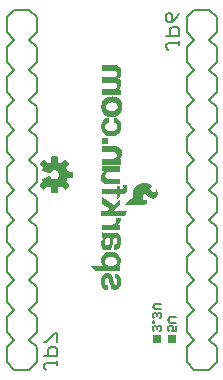
<source format=gbo>
G04 EAGLE Gerber RS-274X export*
G75*
%MOMM*%
%FSLAX34Y34*%
%LPD*%
%INSilkscreen Bottom*%
%IPPOS*%
%AMOC8*
5,1,8,0,0,1.08239X$1,22.5*%
G01*
%ADD10C,0.127000*%
%ADD11R,0.635000X0.635000*%
%ADD12C,0.025400*%
%ADD13R,0.485100X0.495300*%
%ADD14C,0.203200*%

G36*
X42575Y149480D02*
X42575Y149480D01*
X42683Y149494D01*
X42695Y149500D01*
X42709Y149502D01*
X42805Y149554D01*
X42902Y149601D01*
X42912Y149611D01*
X42924Y149617D01*
X42998Y149697D01*
X43075Y149773D01*
X43081Y149785D01*
X43091Y149796D01*
X43136Y149894D01*
X43184Y149991D01*
X43188Y150009D01*
X43192Y150018D01*
X43194Y150039D01*
X43213Y150136D01*
X43656Y154487D01*
X44815Y154858D01*
X44833Y154868D01*
X44930Y154906D01*
X46012Y155463D01*
X49402Y152699D01*
X49496Y152645D01*
X49588Y152588D01*
X49601Y152585D01*
X49613Y152578D01*
X49720Y152557D01*
X49825Y152532D01*
X49839Y152534D01*
X49853Y152531D01*
X49960Y152546D01*
X50068Y152556D01*
X50081Y152562D01*
X50095Y152564D01*
X50192Y152612D01*
X50291Y152657D01*
X50304Y152668D01*
X50313Y152672D01*
X50328Y152688D01*
X50405Y152750D01*
X52990Y155335D01*
X53053Y155424D01*
X53119Y155509D01*
X53124Y155522D01*
X53132Y155534D01*
X53163Y155637D01*
X53199Y155740D01*
X53199Y155754D01*
X53203Y155767D01*
X53199Y155875D01*
X53200Y155984D01*
X53195Y155997D01*
X53195Y156011D01*
X53157Y156113D01*
X53122Y156215D01*
X53113Y156230D01*
X53109Y156239D01*
X53095Y156256D01*
X53041Y156338D01*
X50277Y159728D01*
X50834Y160810D01*
X50840Y160830D01*
X50882Y160925D01*
X51253Y162084D01*
X55604Y162527D01*
X55708Y162555D01*
X55814Y162580D01*
X55826Y162587D01*
X55839Y162590D01*
X55929Y162651D01*
X56022Y162708D01*
X56030Y162719D01*
X56042Y162727D01*
X56108Y162813D01*
X56177Y162897D01*
X56181Y162910D01*
X56190Y162921D01*
X56224Y163024D01*
X56263Y163125D01*
X56264Y163143D01*
X56268Y163152D01*
X56268Y163174D01*
X56277Y163272D01*
X56277Y166928D01*
X56260Y167035D01*
X56246Y167143D01*
X56240Y167155D01*
X56238Y167169D01*
X56186Y167265D01*
X56139Y167362D01*
X56129Y167372D01*
X56123Y167384D01*
X56043Y167458D01*
X55967Y167535D01*
X55955Y167541D01*
X55945Y167551D01*
X55846Y167596D01*
X55749Y167644D01*
X55731Y167648D01*
X55722Y167652D01*
X55701Y167654D01*
X55604Y167673D01*
X51253Y168116D01*
X50882Y169275D01*
X50872Y169293D01*
X50834Y169390D01*
X50277Y170472D01*
X53041Y173862D01*
X53095Y173956D01*
X53152Y174048D01*
X53155Y174061D01*
X53162Y174073D01*
X53183Y174180D01*
X53208Y174285D01*
X53206Y174299D01*
X53209Y174313D01*
X53194Y174420D01*
X53184Y174528D01*
X53178Y174541D01*
X53176Y174555D01*
X53128Y174652D01*
X53083Y174751D01*
X53072Y174764D01*
X53068Y174773D01*
X53052Y174788D01*
X52990Y174865D01*
X50405Y177450D01*
X50316Y177513D01*
X50231Y177579D01*
X50218Y177584D01*
X50206Y177592D01*
X50103Y177623D01*
X50000Y177659D01*
X49986Y177659D01*
X49973Y177663D01*
X49865Y177659D01*
X49756Y177660D01*
X49743Y177655D01*
X49729Y177655D01*
X49627Y177617D01*
X49525Y177582D01*
X49510Y177573D01*
X49501Y177569D01*
X49484Y177555D01*
X49402Y177501D01*
X46012Y174737D01*
X44930Y175294D01*
X44910Y175300D01*
X44815Y175342D01*
X43656Y175713D01*
X43213Y180064D01*
X43185Y180168D01*
X43160Y180274D01*
X43153Y180286D01*
X43150Y180299D01*
X43089Y180389D01*
X43032Y180482D01*
X43021Y180490D01*
X43013Y180502D01*
X42927Y180568D01*
X42843Y180637D01*
X42830Y180641D01*
X42819Y180650D01*
X42716Y180684D01*
X42615Y180723D01*
X42597Y180724D01*
X42588Y180728D01*
X42566Y180728D01*
X42468Y180737D01*
X38812Y180737D01*
X38705Y180720D01*
X38597Y180706D01*
X38585Y180700D01*
X38571Y180698D01*
X38475Y180646D01*
X38378Y180599D01*
X38368Y180589D01*
X38356Y180583D01*
X38282Y180503D01*
X38205Y180427D01*
X38199Y180415D01*
X38189Y180405D01*
X38144Y180306D01*
X38096Y180209D01*
X38092Y180191D01*
X38088Y180182D01*
X38086Y180161D01*
X38067Y180064D01*
X37624Y175713D01*
X36465Y175342D01*
X36447Y175332D01*
X36350Y175294D01*
X35268Y174737D01*
X31878Y177501D01*
X31784Y177555D01*
X31692Y177612D01*
X31679Y177615D01*
X31667Y177622D01*
X31560Y177643D01*
X31455Y177668D01*
X31441Y177666D01*
X31427Y177669D01*
X31320Y177654D01*
X31212Y177644D01*
X31199Y177638D01*
X31186Y177636D01*
X31088Y177588D01*
X30989Y177543D01*
X30976Y177532D01*
X30967Y177528D01*
X30952Y177512D01*
X30875Y177450D01*
X28290Y174865D01*
X28227Y174776D01*
X28161Y174691D01*
X28156Y174678D01*
X28148Y174666D01*
X28117Y174563D01*
X28081Y174460D01*
X28081Y174446D01*
X28077Y174433D01*
X28081Y174325D01*
X28080Y174216D01*
X28085Y174203D01*
X28085Y174189D01*
X28123Y174087D01*
X28158Y173985D01*
X28167Y173970D01*
X28171Y173961D01*
X28185Y173944D01*
X28239Y173862D01*
X31003Y170472D01*
X30446Y169390D01*
X30429Y169337D01*
X30403Y169288D01*
X30392Y169222D01*
X30371Y169158D01*
X30372Y169102D01*
X30363Y169048D01*
X30374Y168981D01*
X30375Y168914D01*
X30393Y168862D01*
X30402Y168807D01*
X30434Y168747D01*
X30457Y168684D01*
X30491Y168641D01*
X30517Y168592D01*
X30566Y168545D01*
X30608Y168493D01*
X30655Y168463D01*
X30695Y168425D01*
X30800Y168368D01*
X30813Y168360D01*
X30818Y168359D01*
X30825Y168355D01*
X36022Y166202D01*
X36121Y166179D01*
X36219Y166150D01*
X36240Y166151D01*
X36260Y166146D01*
X36361Y166156D01*
X36462Y166161D01*
X36482Y166168D01*
X36503Y166170D01*
X36595Y166212D01*
X36690Y166249D01*
X36706Y166262D01*
X36725Y166271D01*
X36799Y166340D01*
X36877Y166405D01*
X36893Y166428D01*
X36903Y166438D01*
X36915Y166459D01*
X36962Y166526D01*
X37468Y167425D01*
X38112Y168112D01*
X38900Y168627D01*
X39788Y168939D01*
X40725Y169031D01*
X41657Y168898D01*
X42531Y168547D01*
X43296Y167998D01*
X43909Y167284D01*
X44334Y166444D01*
X44548Y165528D01*
X44538Y164586D01*
X44304Y163674D01*
X43861Y162844D01*
X43232Y162143D01*
X42455Y161611D01*
X41574Y161280D01*
X40639Y161167D01*
X39722Y161275D01*
X38854Y161595D01*
X38085Y162109D01*
X37458Y162788D01*
X36963Y163672D01*
X36899Y163752D01*
X36839Y163835D01*
X36823Y163847D01*
X36810Y163863D01*
X36724Y163918D01*
X36641Y163978D01*
X36622Y163984D01*
X36605Y163994D01*
X36506Y164019D01*
X36408Y164049D01*
X36388Y164048D01*
X36368Y164053D01*
X36266Y164044D01*
X36164Y164041D01*
X36139Y164033D01*
X36125Y164032D01*
X36103Y164023D01*
X36022Y163998D01*
X30825Y161845D01*
X30778Y161816D01*
X30726Y161795D01*
X30675Y161752D01*
X30618Y161716D01*
X30583Y161673D01*
X30540Y161637D01*
X30506Y161580D01*
X30463Y161528D01*
X30444Y161476D01*
X30415Y161428D01*
X30401Y161362D01*
X30377Y161299D01*
X30375Y161244D01*
X30364Y161190D01*
X30371Y161123D01*
X30369Y161056D01*
X30385Y161002D01*
X30392Y160947D01*
X30436Y160836D01*
X30440Y160822D01*
X30443Y160818D01*
X30446Y160810D01*
X31003Y159728D01*
X28239Y156338D01*
X28185Y156244D01*
X28128Y156152D01*
X28125Y156139D01*
X28118Y156127D01*
X28097Y156020D01*
X28072Y155915D01*
X28074Y155901D01*
X28071Y155887D01*
X28086Y155780D01*
X28096Y155672D01*
X28102Y155659D01*
X28104Y155646D01*
X28152Y155548D01*
X28197Y155449D01*
X28208Y155436D01*
X28212Y155427D01*
X28228Y155412D01*
X28290Y155335D01*
X30875Y152750D01*
X30964Y152687D01*
X31049Y152621D01*
X31062Y152616D01*
X31074Y152608D01*
X31177Y152577D01*
X31280Y152541D01*
X31294Y152541D01*
X31307Y152537D01*
X31415Y152541D01*
X31524Y152540D01*
X31537Y152545D01*
X31551Y152545D01*
X31653Y152583D01*
X31755Y152618D01*
X31770Y152627D01*
X31779Y152631D01*
X31796Y152645D01*
X31878Y152699D01*
X35268Y155463D01*
X36350Y154906D01*
X36370Y154900D01*
X36465Y154858D01*
X37624Y154487D01*
X38067Y150136D01*
X38095Y150032D01*
X38120Y149926D01*
X38127Y149914D01*
X38130Y149901D01*
X38191Y149811D01*
X38248Y149718D01*
X38259Y149710D01*
X38267Y149698D01*
X38353Y149632D01*
X38437Y149564D01*
X38450Y149559D01*
X38461Y149550D01*
X38564Y149516D01*
X38665Y149477D01*
X38683Y149476D01*
X38692Y149472D01*
X38714Y149473D01*
X38812Y149463D01*
X42468Y149463D01*
X42575Y149480D01*
G37*
G36*
X115143Y139297D02*
X115143Y139297D01*
X115149Y139295D01*
X115980Y139365D01*
X115991Y139371D01*
X116006Y139370D01*
X116805Y139610D01*
X116815Y139618D01*
X116829Y139620D01*
X117561Y140021D01*
X117569Y140031D01*
X117582Y140036D01*
X118132Y140506D01*
X118137Y140517D01*
X118149Y140524D01*
X118594Y141094D01*
X118597Y141106D01*
X118607Y141116D01*
X118928Y141764D01*
X118929Y141776D01*
X118937Y141788D01*
X119121Y142487D01*
X119120Y142498D01*
X119125Y142509D01*
X119198Y143449D01*
X119196Y143458D01*
X119199Y143465D01*
X119198Y143467D01*
X119198Y143469D01*
X119125Y144409D01*
X119123Y144413D01*
X119124Y144419D01*
X119048Y144902D01*
X119023Y144941D01*
X119002Y144981D01*
X118998Y144982D01*
X118996Y144985D01*
X118951Y144995D01*
X118907Y145007D01*
X118903Y145005D01*
X118899Y145006D01*
X118861Y144981D01*
X118822Y144958D01*
X118821Y144953D01*
X118818Y144951D01*
X118809Y144910D01*
X118797Y144870D01*
X118813Y144712D01*
X118785Y144574D01*
X118714Y144441D01*
X118115Y143617D01*
X118049Y143549D01*
X118001Y143499D01*
X117863Y143427D01*
X117448Y143334D01*
X117020Y143334D01*
X116604Y143427D01*
X116200Y143633D01*
X115872Y143946D01*
X115507Y144552D01*
X115300Y145230D01*
X115265Y145941D01*
X115362Y146551D01*
X115560Y147137D01*
X115853Y147680D01*
X116218Y148105D01*
X116678Y148420D01*
X117203Y148606D01*
X117759Y148649D01*
X118307Y148547D01*
X118810Y148307D01*
X119245Y147937D01*
X120786Y146484D01*
X120796Y146481D01*
X120802Y146472D01*
X122560Y145285D01*
X122573Y145283D01*
X122583Y145273D01*
X123271Y144993D01*
X123286Y144994D01*
X123301Y144985D01*
X124036Y144886D01*
X124051Y144890D01*
X124068Y144885D01*
X124805Y144972D01*
X124818Y144980D01*
X124836Y144980D01*
X125528Y145247D01*
X125539Y145258D01*
X125556Y145262D01*
X126159Y145693D01*
X126166Y145704D01*
X126178Y145709D01*
X126356Y145898D01*
X126357Y145898D01*
X126595Y146151D01*
X126596Y146151D01*
X126834Y146403D01*
X126836Y146405D01*
X126839Y146413D01*
X126847Y146418D01*
X127407Y147195D01*
X127410Y147205D01*
X127418Y147213D01*
X127806Y147993D01*
X127807Y148005D01*
X127815Y148016D01*
X128046Y148856D01*
X128045Y148868D01*
X128051Y148880D01*
X128117Y149748D01*
X128113Y149759D01*
X128117Y149770D01*
X128031Y150670D01*
X128027Y150679D01*
X128028Y150689D01*
X127808Y151567D01*
X127802Y151575D01*
X127801Y151587D01*
X127700Y151815D01*
X127548Y152171D01*
X127548Y152172D01*
X127327Y152676D01*
X127316Y152686D01*
X127311Y152703D01*
X126973Y153138D01*
X126966Y153141D01*
X126962Y153149D01*
X126937Y153174D01*
X126937Y153175D01*
X126936Y153177D01*
X126844Y153212D01*
X126755Y153171D01*
X126722Y153086D01*
X126722Y152483D01*
X126665Y151972D01*
X126526Y151482D01*
X126271Y151001D01*
X126267Y150998D01*
X125901Y150606D01*
X125441Y150320D01*
X124922Y150163D01*
X124619Y150151D01*
X124319Y150210D01*
X123825Y150416D01*
X123367Y150699D01*
X122957Y151050D01*
X122603Y151462D01*
X121952Y152364D01*
X121703Y152852D01*
X121605Y153382D01*
X121663Y153920D01*
X121728Y154094D01*
X121977Y154455D01*
X122316Y154729D01*
X122419Y154773D01*
X122539Y154789D01*
X123419Y154789D01*
X123460Y154806D01*
X123502Y154820D01*
X123505Y154825D01*
X123510Y154827D01*
X123526Y154868D01*
X123545Y154908D01*
X123543Y154914D01*
X123545Y154919D01*
X123533Y154946D01*
X123517Y154995D01*
X122596Y156121D01*
X122584Y156127D01*
X122577Y156139D01*
X121440Y157046D01*
X121429Y157049D01*
X121421Y157058D01*
X120487Y157560D01*
X120477Y157561D01*
X120469Y157567D01*
X119472Y157925D01*
X119462Y157925D01*
X119453Y157930D01*
X118414Y158137D01*
X118403Y158135D01*
X118393Y158139D01*
X116465Y158200D01*
X116454Y158195D01*
X116442Y158198D01*
X114535Y157910D01*
X114525Y157904D01*
X114513Y157904D01*
X112689Y157276D01*
X112680Y157269D01*
X112668Y157267D01*
X110987Y156320D01*
X110981Y156312D01*
X110970Y156309D01*
X109863Y155424D01*
X109860Y155419D01*
X109855Y155416D01*
X109854Y155414D01*
X109850Y155412D01*
X109497Y155038D01*
X109021Y154533D01*
X108878Y154381D01*
X108875Y154373D01*
X108867Y154367D01*
X108050Y153210D01*
X108048Y153200D01*
X108040Y153192D01*
X107440Y151962D01*
X107439Y151951D01*
X107431Y151941D01*
X107063Y150622D01*
X107065Y150611D01*
X107059Y150600D01*
X106935Y149236D01*
X106937Y149231D01*
X106935Y149225D01*
X106935Y146950D01*
X106870Y146582D01*
X106743Y146231D01*
X106154Y145241D01*
X105372Y144387D01*
X99890Y139515D01*
X99888Y139511D01*
X99883Y139509D01*
X99867Y139467D01*
X99848Y139426D01*
X99850Y139422D01*
X99848Y139417D01*
X99867Y139376D01*
X99882Y139334D01*
X99887Y139332D01*
X99889Y139328D01*
X99962Y139299D01*
X99973Y139295D01*
X99974Y139295D01*
X115138Y139295D01*
X115143Y139297D01*
G37*
G36*
X95643Y83760D02*
X95643Y83760D01*
X95682Y83770D01*
X95688Y83779D01*
X95697Y83783D01*
X95708Y83811D01*
X95730Y83848D01*
X96466Y87734D01*
X96463Y87748D01*
X96468Y87763D01*
X96453Y87795D01*
X96445Y87830D01*
X96432Y87838D01*
X96426Y87852D01*
X96387Y87866D01*
X96362Y87882D01*
X96351Y87879D01*
X96340Y87883D01*
X94423Y87859D01*
X94572Y87993D01*
X94573Y87994D01*
X94574Y87994D01*
X95539Y88883D01*
X95541Y88889D01*
X95548Y88893D01*
X95849Y89236D01*
X95853Y89247D01*
X95863Y89255D01*
X96096Y89649D01*
X96097Y89658D01*
X96104Y89666D01*
X96637Y90987D01*
X96637Y90998D01*
X96644Y91008D01*
X96746Y91490D01*
X96743Y91502D01*
X96748Y91514D01*
X96773Y93495D01*
X96769Y93506D01*
X96771Y93518D01*
X96588Y94603D01*
X96581Y94613D01*
X96581Y94628D01*
X96181Y95652D01*
X96173Y95659D01*
X96171Y95671D01*
X95630Y96573D01*
X95624Y96578D01*
X95621Y96587D01*
X94968Y97411D01*
X94958Y97417D01*
X94953Y97427D01*
X94063Y98219D01*
X94050Y98223D01*
X94041Y98235D01*
X93000Y98814D01*
X92988Y98816D01*
X92977Y98824D01*
X90864Y99498D01*
X90853Y99497D01*
X90842Y99503D01*
X88642Y99786D01*
X88631Y99783D01*
X88619Y99787D01*
X86404Y99669D01*
X86394Y99664D01*
X86382Y99666D01*
X85006Y99343D01*
X84997Y99337D01*
X84985Y99336D01*
X83685Y98780D01*
X83677Y98772D01*
X83666Y98770D01*
X82481Y97998D01*
X82475Y97989D01*
X82464Y97984D01*
X81757Y97327D01*
X81753Y97317D01*
X81743Y97311D01*
X81158Y96543D01*
X81156Y96532D01*
X81147Y96525D01*
X80701Y95669D01*
X80700Y95658D01*
X80692Y95649D01*
X80398Y94730D01*
X80399Y94720D01*
X80393Y94710D01*
X80204Y93498D01*
X80206Y93489D01*
X80203Y93480D01*
X80186Y92253D01*
X80189Y92245D01*
X80187Y92235D01*
X80342Y91018D01*
X80347Y91008D01*
X80347Y90996D01*
X80611Y90152D01*
X80619Y90142D01*
X80622Y90127D01*
X81059Y89358D01*
X81069Y89350D01*
X81074Y89336D01*
X81664Y88676D01*
X81676Y88670D01*
X81684Y88658D01*
X82400Y88138D01*
X82402Y88137D01*
X71298Y88137D01*
X71254Y88119D01*
X71211Y88102D01*
X71210Y88100D01*
X71207Y88099D01*
X71190Y88055D01*
X71172Y88011D01*
X71173Y88009D01*
X71172Y88007D01*
X71181Y87986D01*
X71204Y87926D01*
X74938Y83786D01*
X74944Y83784D01*
X74947Y83778D01*
X75007Y83754D01*
X75028Y83745D01*
X75030Y83746D01*
X75032Y83745D01*
X95606Y83745D01*
X95643Y83760D01*
G37*
G36*
X96725Y232895D02*
X96725Y232895D01*
X96727Y232894D01*
X96770Y232914D01*
X96814Y232932D01*
X96814Y232934D01*
X96816Y232935D01*
X96849Y233020D01*
X96849Y237007D01*
X96848Y237009D01*
X96849Y237011D01*
X96829Y237054D01*
X96811Y237098D01*
X96809Y237098D01*
X96808Y237100D01*
X96723Y237133D01*
X94670Y237133D01*
X94677Y237164D01*
X95073Y237466D01*
X95076Y237472D01*
X95084Y237475D01*
X95871Y238237D01*
X95874Y238245D01*
X95881Y238249D01*
X96493Y239011D01*
X96497Y239025D01*
X96510Y239037D01*
X96914Y239927D01*
X96914Y239939D01*
X96922Y239950D01*
X97176Y241042D01*
X97175Y241051D01*
X97179Y241059D01*
X97306Y242431D01*
X97303Y242441D01*
X97306Y242452D01*
X97237Y243409D01*
X97231Y243420D01*
X97232Y243434D01*
X96972Y244357D01*
X96964Y244367D01*
X96962Y244380D01*
X96559Y245170D01*
X96550Y245178D01*
X96546Y245191D01*
X96000Y245889D01*
X95989Y245895D01*
X95983Y245907D01*
X95314Y246489D01*
X95302Y246492D01*
X95300Y246495D01*
X95300Y246496D01*
X95299Y246496D01*
X95294Y246503D01*
X94636Y246883D01*
X94678Y246925D01*
X95159Y247380D01*
X95160Y247383D01*
X95163Y247384D01*
X95922Y248172D01*
X95925Y248181D01*
X95934Y248186D01*
X96572Y249075D01*
X96574Y249086D01*
X96582Y249094D01*
X96976Y249899D01*
X96976Y249911D01*
X96984Y249922D01*
X97216Y250787D01*
X97214Y250799D01*
X97220Y250811D01*
X97281Y251705D01*
X97280Y251708D01*
X97281Y251709D01*
X97278Y251715D01*
X97281Y251725D01*
X97174Y253004D01*
X97170Y253011D01*
X97172Y253018D01*
X96923Y254278D01*
X96917Y254287D01*
X96917Y254299D01*
X96591Y255165D01*
X96581Y255175D01*
X96578Y255190D01*
X96071Y255964D01*
X96059Y255971D01*
X96053Y255985D01*
X95389Y256631D01*
X95377Y256635D01*
X95368Y256647D01*
X94429Y257235D01*
X94416Y257237D01*
X94406Y257247D01*
X93367Y257633D01*
X93354Y257632D01*
X93342Y257639D01*
X92246Y257808D01*
X92237Y257805D01*
X92227Y257809D01*
X80645Y257809D01*
X80643Y257808D01*
X80641Y257809D01*
X80598Y257789D01*
X80554Y257771D01*
X80554Y257769D01*
X80552Y257768D01*
X80519Y257683D01*
X80519Y253441D01*
X80520Y253439D01*
X80519Y253437D01*
X80539Y253394D01*
X80557Y253350D01*
X80559Y253350D01*
X80560Y253348D01*
X80645Y253315D01*
X90924Y253315D01*
X91804Y253208D01*
X92626Y252896D01*
X93010Y252635D01*
X93323Y252292D01*
X93549Y251886D01*
X93677Y251438D01*
X93745Y250534D01*
X93653Y249631D01*
X93527Y249222D01*
X93317Y248849D01*
X93031Y248531D01*
X92503Y248146D01*
X91908Y247873D01*
X91269Y247724D01*
X90166Y247649D01*
X80645Y247649D01*
X80643Y247648D01*
X80641Y247649D01*
X80598Y247629D01*
X80554Y247611D01*
X80554Y247609D01*
X80552Y247608D01*
X80519Y247523D01*
X80519Y243205D01*
X80520Y243203D01*
X80519Y243201D01*
X80539Y243158D01*
X80557Y243114D01*
X80559Y243114D01*
X80560Y243112D01*
X80645Y243079D01*
X91204Y243079D01*
X91867Y242999D01*
X92486Y242768D01*
X93033Y242398D01*
X93351Y242051D01*
X93584Y241643D01*
X93720Y241192D01*
X93752Y240715D01*
X93702Y239867D01*
X93620Y239427D01*
X93442Y239023D01*
X93176Y238669D01*
X92232Y237849D01*
X91694Y237566D01*
X91103Y237434D01*
X90481Y237464D01*
X90478Y237463D01*
X90475Y237464D01*
X80670Y237464D01*
X80668Y237463D01*
X80666Y237464D01*
X80623Y237444D01*
X80579Y237426D01*
X80579Y237424D01*
X80577Y237423D01*
X80544Y237338D01*
X80544Y233020D01*
X80545Y233018D01*
X80544Y233016D01*
X80564Y232973D01*
X80582Y232929D01*
X80584Y232929D01*
X80585Y232927D01*
X80670Y232894D01*
X96723Y232894D01*
X96725Y232895D01*
G37*
G36*
X85573Y101118D02*
X85573Y101118D01*
X85585Y101123D01*
X85600Y101121D01*
X86541Y101327D01*
X86553Y101336D01*
X86570Y101337D01*
X87432Y101766D01*
X87441Y101776D01*
X87456Y101781D01*
X88065Y102279D01*
X88069Y102287D01*
X88077Y102290D01*
X88078Y102294D01*
X88083Y102297D01*
X88581Y102907D01*
X88584Y102919D01*
X88595Y102928D01*
X88961Y103624D01*
X88962Y103635D01*
X88969Y103644D01*
X89453Y105129D01*
X89452Y105137D01*
X89457Y105146D01*
X89735Y106683D01*
X89734Y106687D01*
X89737Y106692D01*
X89965Y108898D01*
X90191Y110204D01*
X90356Y110673D01*
X90602Y111101D01*
X90863Y111385D01*
X90950Y111445D01*
X91047Y111487D01*
X91568Y111598D01*
X92099Y111598D01*
X92620Y111487D01*
X92934Y111348D01*
X93213Y111149D01*
X93447Y110896D01*
X93640Y110582D01*
X93768Y110236D01*
X93829Y109867D01*
X93879Y108512D01*
X93825Y107925D01*
X93660Y107364D01*
X93405Y106900D01*
X93049Y106510D01*
X92611Y106215D01*
X92116Y106031D01*
X91585Y105968D01*
X91542Y105968D01*
X91540Y105967D01*
X91538Y105968D01*
X91495Y105948D01*
X91451Y105930D01*
X91451Y105928D01*
X91449Y105927D01*
X91416Y105842D01*
X91416Y101701D01*
X91414Y101700D01*
X91404Y101658D01*
X91390Y101616D01*
X91393Y101610D01*
X91392Y101604D01*
X91408Y101579D01*
X91429Y101534D01*
X91454Y101509D01*
X91455Y101509D01*
X91497Y101493D01*
X91546Y101474D01*
X91547Y101474D01*
X91589Y101494D01*
X91632Y101513D01*
X92523Y101635D01*
X92534Y101641D01*
X92549Y101641D01*
X93490Y101975D01*
X93500Y101984D01*
X93514Y101987D01*
X94367Y102506D01*
X94375Y102517D01*
X94388Y102522D01*
X95118Y103205D01*
X95123Y103217D01*
X95135Y103225D01*
X95709Y104042D01*
X95712Y104054D01*
X95721Y104063D01*
X96250Y105221D01*
X96250Y105231D01*
X96257Y105240D01*
X96591Y106469D01*
X96590Y106478D01*
X96594Y106487D01*
X96808Y108227D01*
X96805Y108235D01*
X96808Y108243D01*
X96800Y109997D01*
X96797Y110004D01*
X96799Y110013D01*
X96569Y111752D01*
X96564Y111760D01*
X96565Y111771D01*
X96140Y113185D01*
X96132Y113194D01*
X96131Y113208D01*
X95437Y114511D01*
X95427Y114520D01*
X95422Y114534D01*
X94939Y115096D01*
X94925Y115103D01*
X94916Y115117D01*
X94311Y115544D01*
X94296Y115547D01*
X94284Y115559D01*
X93593Y115826D01*
X93578Y115825D01*
X93563Y115833D01*
X92828Y115924D01*
X92820Y115922D01*
X92812Y115925D01*
X87986Y115925D01*
X87984Y115924D01*
X87982Y115925D01*
X87967Y115918D01*
X87883Y115950D01*
X83545Y115925D01*
X82208Y116027D01*
X80913Y116376D01*
X80714Y116450D01*
X80689Y116449D01*
X80666Y116458D01*
X80642Y116447D01*
X80616Y116446D01*
X80599Y116427D01*
X80577Y116417D01*
X80566Y116390D01*
X80550Y116372D01*
X80552Y116353D01*
X80544Y116332D01*
X80544Y112298D01*
X80541Y112262D01*
X80550Y112234D01*
X80554Y112194D01*
X80573Y112157D01*
X80590Y112143D01*
X80595Y112132D01*
X80602Y112129D01*
X80619Y112106D01*
X80655Y112085D01*
X80672Y112082D01*
X80688Y112070D01*
X80968Y111994D01*
X80971Y111995D01*
X80974Y111993D01*
X82003Y111766D01*
X82026Y111757D01*
X82032Y111750D01*
X82034Y111742D01*
X82033Y111733D01*
X82017Y111709D01*
X81314Y110882D01*
X81310Y110871D01*
X81300Y110862D01*
X80760Y109911D01*
X80759Y109900D01*
X80751Y109890D01*
X80398Y108855D01*
X80399Y108843D01*
X80393Y108833D01*
X80152Y107215D01*
X80155Y107205D01*
X80151Y107194D01*
X80189Y105559D01*
X80194Y105548D01*
X80192Y105534D01*
X80500Y104162D01*
X80508Y104151D01*
X80509Y104136D01*
X81115Y102867D01*
X81125Y102858D01*
X81129Y102844D01*
X81471Y102396D01*
X81481Y102390D01*
X81487Y102378D01*
X81907Y102001D01*
X81918Y101997D01*
X81926Y101987D01*
X82409Y101695D01*
X82420Y101693D01*
X82430Y101685D01*
X83423Y101312D01*
X83434Y101312D01*
X83445Y101306D01*
X84489Y101117D01*
X84500Y101120D01*
X84512Y101115D01*
X85573Y101118D01*
G37*
G36*
X99943Y130260D02*
X99943Y130260D01*
X99963Y130258D01*
X99990Y130280D01*
X100015Y130290D01*
X100020Y130305D01*
X100034Y130315D01*
X102396Y134455D01*
X102400Y134490D01*
X102412Y134522D01*
X102405Y134537D01*
X102407Y134553D01*
X102385Y134580D01*
X102371Y134611D01*
X102355Y134618D01*
X102345Y134630D01*
X102318Y134632D01*
X102286Y134644D01*
X90856Y134644D01*
X96330Y140119D01*
X96332Y140122D01*
X96334Y140123D01*
X96367Y140208D01*
X96367Y144882D01*
X96367Y144884D01*
X96367Y144885D01*
X96347Y144929D01*
X96329Y144973D01*
X96327Y144973D01*
X96326Y144975D01*
X96282Y144991D01*
X96237Y145008D01*
X96235Y145007D01*
X96234Y145008D01*
X96151Y144970D01*
X90585Y139279D01*
X80690Y145876D01*
X80652Y145883D01*
X80615Y145897D01*
X80605Y145892D01*
X80593Y145894D01*
X80562Y145872D01*
X80526Y145855D01*
X80522Y145844D01*
X80513Y145838D01*
X80508Y145808D01*
X80494Y145770D01*
X80519Y140690D01*
X80526Y140673D01*
X80524Y140655D01*
X80546Y140626D01*
X80558Y140600D01*
X80570Y140595D01*
X80580Y140583D01*
X87558Y136350D01*
X87484Y136273D01*
X87361Y136147D01*
X86993Y135768D01*
X86871Y135642D01*
X86748Y135516D01*
X86380Y135137D01*
X86257Y135011D01*
X86135Y134885D01*
X85951Y134695D01*
X80543Y134695D01*
X80541Y134694D01*
X80539Y134695D01*
X80496Y134675D01*
X80452Y134657D01*
X80452Y134655D01*
X80450Y134654D01*
X80417Y134569D01*
X80417Y130429D01*
X80418Y130426D01*
X80417Y130423D01*
X80454Y130340D01*
X80505Y130289D01*
X80508Y130288D01*
X80509Y130285D01*
X80594Y130252D01*
X99924Y130252D01*
X99943Y130260D01*
G37*
G36*
X96319Y157152D02*
X96319Y157152D01*
X96321Y157151D01*
X96364Y157171D01*
X96408Y157189D01*
X96408Y157191D01*
X96410Y157192D01*
X96443Y157277D01*
X96443Y161417D01*
X96442Y161419D01*
X96443Y161421D01*
X96423Y161464D01*
X96405Y161508D01*
X96403Y161508D01*
X96402Y161510D01*
X96317Y161543D01*
X86320Y161543D01*
X85490Y161692D01*
X84722Y162035D01*
X84360Y162307D01*
X84059Y162648D01*
X83834Y163043D01*
X83611Y163732D01*
X83531Y164451D01*
X83598Y165172D01*
X83810Y165863D01*
X84098Y166373D01*
X84495Y166804D01*
X84980Y167131D01*
X85530Y167340D01*
X86734Y167565D01*
X87964Y167641D01*
X96266Y167641D01*
X96268Y167642D01*
X96270Y167641D01*
X96313Y167661D01*
X96357Y167679D01*
X96357Y167681D01*
X96359Y167682D01*
X96392Y167767D01*
X96392Y171983D01*
X96391Y171985D01*
X96392Y171987D01*
X96372Y172030D01*
X96354Y172074D01*
X96352Y172074D01*
X96351Y172076D01*
X96266Y172109D01*
X80645Y172109D01*
X80643Y172108D01*
X80641Y172109D01*
X80598Y172089D01*
X80554Y172071D01*
X80554Y172069D01*
X80552Y172068D01*
X80519Y171983D01*
X80519Y167970D01*
X80520Y167968D01*
X80519Y167966D01*
X80539Y167923D01*
X80557Y167879D01*
X80559Y167879D01*
X80560Y167877D01*
X80645Y167844D01*
X82702Y167844D01*
X82061Y167337D01*
X82057Y167329D01*
X82048Y167325D01*
X81941Y167212D01*
X81821Y167086D01*
X81582Y166834D01*
X81462Y166707D01*
X81342Y166581D01*
X81263Y166498D01*
X81260Y166489D01*
X81252Y166484D01*
X80593Y165554D01*
X80591Y165545D01*
X80583Y165537D01*
X80461Y165292D01*
X80460Y165281D01*
X80453Y165272D01*
X80372Y165010D01*
X80373Y165001D01*
X80368Y164992D01*
X80145Y163514D01*
X80147Y163506D01*
X80143Y163498D01*
X80113Y162004D01*
X80117Y161994D01*
X80114Y161983D01*
X80261Y160950D01*
X80267Y160940D01*
X80267Y160926D01*
X80610Y159940D01*
X80618Y159931D01*
X80620Y159918D01*
X81146Y159016D01*
X81156Y159009D01*
X81161Y158996D01*
X81389Y158742D01*
X81400Y158736D01*
X81408Y158725D01*
X82293Y158065D01*
X82304Y158062D01*
X82313Y158052D01*
X83303Y157564D01*
X83315Y157564D01*
X83325Y157556D01*
X84388Y157256D01*
X84399Y157258D01*
X84411Y157252D01*
X85510Y157151D01*
X85516Y157153D01*
X85522Y157151D01*
X96317Y157151D01*
X96319Y157152D01*
G37*
G36*
X96293Y174348D02*
X96293Y174348D01*
X96295Y174347D01*
X96338Y174367D01*
X96382Y174385D01*
X96382Y174387D01*
X96384Y174388D01*
X96417Y174473D01*
X96417Y178511D01*
X96416Y178513D01*
X96417Y178515D01*
X96397Y178558D01*
X96379Y178602D01*
X96377Y178602D01*
X96376Y178604D01*
X96291Y178637D01*
X94223Y178637D01*
X94252Y178679D01*
X94388Y178793D01*
X94766Y179070D01*
X94768Y179074D01*
X94773Y179076D01*
X95246Y179478D01*
X95250Y179485D01*
X95258Y179489D01*
X95674Y179950D01*
X95677Y179961D01*
X95687Y179968D01*
X96254Y180866D01*
X96257Y180879D01*
X96266Y180890D01*
X96635Y181887D01*
X96635Y181899D01*
X96642Y181912D01*
X96797Y182964D01*
X96794Y182974D01*
X96798Y182985D01*
X96777Y183820D01*
X96768Y184198D01*
X96759Y184577D01*
X96748Y184991D01*
X96744Y185002D01*
X96746Y185014D01*
X96540Y185991D01*
X96532Y186003D01*
X96531Y186019D01*
X96109Y186924D01*
X96098Y186933D01*
X96094Y186948D01*
X95476Y187733D01*
X95465Y187739D01*
X95459Y187751D01*
X94884Y188240D01*
X94873Y188243D01*
X94866Y188253D01*
X94217Y188637D01*
X94206Y188639D01*
X94197Y188647D01*
X93492Y188916D01*
X93483Y188916D01*
X93474Y188921D01*
X92367Y189161D01*
X92358Y189159D01*
X92350Y189164D01*
X91221Y189254D01*
X91216Y189252D01*
X91211Y189254D01*
X80670Y189254D01*
X80668Y189253D01*
X80666Y189254D01*
X80623Y189234D01*
X80579Y189216D01*
X80579Y189214D01*
X80577Y189213D01*
X80544Y189128D01*
X80544Y185039D01*
X80545Y185037D01*
X80544Y185035D01*
X80564Y184992D01*
X80582Y184948D01*
X80584Y184948D01*
X80585Y184946D01*
X80670Y184913D01*
X90316Y184913D01*
X91034Y184848D01*
X91722Y184657D01*
X92364Y184347D01*
X92751Y184051D01*
X93060Y183677D01*
X93277Y183242D01*
X93354Y182942D01*
X93371Y182626D01*
X93321Y181521D01*
X93234Y180965D01*
X93030Y180449D01*
X92716Y179992D01*
X92147Y179475D01*
X91468Y179112D01*
X90718Y178896D01*
X89935Y178815D01*
X80569Y178815D01*
X80567Y178814D01*
X80565Y178815D01*
X80522Y178795D01*
X80478Y178777D01*
X80478Y178775D01*
X80476Y178774D01*
X80443Y178689D01*
X80443Y174473D01*
X80444Y174471D01*
X80443Y174469D01*
X80463Y174426D01*
X80481Y174382D01*
X80483Y174382D01*
X80484Y174380D01*
X80569Y174347D01*
X96291Y174347D01*
X96293Y174348D01*
G37*
G36*
X89054Y214587D02*
X89054Y214587D01*
X89080Y214583D01*
X92636Y215396D01*
X92657Y215411D01*
X92686Y215420D01*
X95404Y217554D01*
X95416Y217576D01*
X95439Y217597D01*
X97116Y220975D01*
X97117Y220995D01*
X97128Y221016D01*
X97305Y222489D01*
X97303Y222496D01*
X97306Y222504D01*
X97306Y222555D01*
X97298Y222575D01*
X97297Y222601D01*
X97247Y222728D01*
X97227Y222749D01*
X97215Y222775D01*
X97193Y222784D01*
X97179Y222799D01*
X97155Y222798D01*
X97130Y222808D01*
X94209Y222808D01*
X94169Y222791D01*
X94128Y222779D01*
X94124Y222772D01*
X94118Y222770D01*
X94107Y222742D01*
X94084Y222699D01*
X93934Y221604D01*
X93299Y220456D01*
X92215Y219668D01*
X91326Y219272D01*
X89852Y218998D01*
X87993Y218948D01*
X86745Y219123D01*
X85596Y219497D01*
X84569Y220035D01*
X83561Y221683D01*
X83339Y223431D01*
X83931Y225182D01*
X84912Y226261D01*
X86122Y226804D01*
X87670Y227179D01*
X89095Y227179D01*
X91024Y226928D01*
X92636Y226184D01*
X93445Y225350D01*
X93958Y224397D01*
X94057Y223210D01*
X94057Y223114D01*
X94058Y223111D01*
X94057Y223108D01*
X94077Y223066D01*
X94095Y223023D01*
X94098Y223022D01*
X94100Y223019D01*
X94185Y222988D01*
X94187Y222988D01*
X97157Y223038D01*
X97166Y223042D01*
X97175Y223039D01*
X97210Y223061D01*
X97240Y223074D01*
X97246Y223077D01*
X97247Y223078D01*
X97250Y223087D01*
X97258Y223092D01*
X97271Y223143D01*
X97281Y223169D01*
X97281Y223170D01*
X97279Y223175D01*
X97280Y223180D01*
X97026Y225187D01*
X97020Y225198D01*
X97020Y225212D01*
X96461Y226838D01*
X96450Y226850D01*
X96446Y226869D01*
X95075Y228850D01*
X95062Y228858D01*
X95053Y228874D01*
X93783Y229966D01*
X93767Y229971D01*
X93752Y229985D01*
X91415Y231026D01*
X91398Y231027D01*
X91380Y231036D01*
X89195Y231316D01*
X89180Y231312D01*
X89164Y231316D01*
X87056Y231062D01*
X87048Y231058D01*
X87037Y231059D01*
X84573Y230373D01*
X84559Y230362D01*
X84540Y230358D01*
X83245Y229545D01*
X83236Y229533D01*
X83221Y229525D01*
X82078Y228331D01*
X82074Y228323D01*
X82066Y228317D01*
X81279Y227200D01*
X81275Y227183D01*
X81263Y227168D01*
X80628Y225314D01*
X80629Y225300D01*
X80621Y225286D01*
X80367Y222771D01*
X80372Y222757D01*
X80368Y222741D01*
X80774Y219744D01*
X80786Y219723D01*
X80792Y219694D01*
X82570Y216849D01*
X82591Y216835D01*
X82609Y216810D01*
X85098Y215210D01*
X85121Y215206D01*
X85146Y215191D01*
X89032Y214581D01*
X89054Y214587D01*
G37*
G36*
X85628Y67323D02*
X85628Y67323D01*
X85658Y67326D01*
X85659Y67327D01*
X85660Y67327D01*
X85669Y67338D01*
X85682Y67343D01*
X85685Y67349D01*
X85691Y67352D01*
X85703Y67382D01*
X85719Y67402D01*
X85719Y67404D01*
X85720Y67405D01*
X85719Y67420D01*
X85724Y67432D01*
X85723Y67435D01*
X85724Y67437D01*
X85724Y71298D01*
X85723Y71300D01*
X85724Y71302D01*
X85704Y71345D01*
X85686Y71389D01*
X85684Y71389D01*
X85683Y71391D01*
X85598Y71424D01*
X85551Y71424D01*
X85054Y71453D01*
X84592Y71600D01*
X84178Y71855D01*
X83735Y72297D01*
X83398Y72824D01*
X83181Y73411D01*
X83108Y73973D01*
X83108Y75303D01*
X83182Y75906D01*
X83379Y76473D01*
X83691Y76986D01*
X83775Y77070D01*
X83899Y77197D01*
X83975Y77274D01*
X84320Y77482D01*
X84705Y77599D01*
X85109Y77616D01*
X85504Y77531D01*
X85866Y77351D01*
X86170Y77085D01*
X86401Y76749D01*
X86871Y75642D01*
X87177Y74468D01*
X88040Y70837D01*
X88045Y70830D01*
X88045Y70821D01*
X88351Y70013D01*
X88357Y70006D01*
X88359Y69996D01*
X88786Y69245D01*
X88793Y69239D01*
X88797Y69229D01*
X89334Y68552D01*
X89344Y68547D01*
X89350Y68536D01*
X89735Y68199D01*
X89748Y68195D01*
X89757Y68184D01*
X90204Y67935D01*
X90217Y67934D01*
X90228Y67925D01*
X90717Y67773D01*
X90729Y67775D01*
X90742Y67768D01*
X91878Y67663D01*
X91891Y67666D01*
X91904Y67663D01*
X93038Y67792D01*
X93049Y67798D01*
X93063Y67797D01*
X94147Y68155D01*
X94156Y68163D01*
X94170Y68165D01*
X94692Y68464D01*
X94699Y68474D01*
X94712Y68479D01*
X95167Y68873D01*
X95172Y68884D01*
X95184Y68891D01*
X95553Y69367D01*
X95556Y69378D01*
X95565Y69387D01*
X96219Y70668D01*
X96220Y70679D01*
X96227Y70689D01*
X96638Y72067D01*
X96637Y72078D01*
X96643Y72090D01*
X96798Y73519D01*
X96796Y73526D01*
X96798Y73533D01*
X96798Y75336D01*
X96796Y75342D01*
X96798Y75349D01*
X96658Y76742D01*
X96653Y76751D01*
X96654Y76762D01*
X96286Y78113D01*
X96279Y78123D01*
X96277Y78136D01*
X95739Y79233D01*
X95729Y79242D01*
X95725Y79256D01*
X94968Y80215D01*
X94958Y80221D01*
X94953Y80232D01*
X94557Y80580D01*
X94548Y80583D01*
X94542Y80592D01*
X94100Y80878D01*
X94090Y80880D01*
X94083Y80887D01*
X93295Y81243D01*
X93290Y81243D01*
X93286Y81247D01*
X92728Y81450D01*
X92708Y81449D01*
X92703Y81451D01*
X92680Y81451D01*
X92660Y81455D01*
X92646Y81446D01*
X92634Y81455D01*
X92628Y81453D01*
X92621Y81457D01*
X91910Y81533D01*
X91902Y81530D01*
X91893Y81533D01*
X91856Y81516D01*
X91816Y81504D01*
X91812Y81496D01*
X91804Y81492D01*
X91784Y81442D01*
X91771Y81416D01*
X91773Y81412D01*
X91771Y81407D01*
X91771Y77521D01*
X91789Y77477D01*
X91807Y77433D01*
X91808Y77432D01*
X91809Y77430D01*
X91828Y77423D01*
X91889Y77395D01*
X92149Y77379D01*
X92392Y77324D01*
X92744Y77174D01*
X93057Y76956D01*
X93321Y76681D01*
X93592Y76258D01*
X93781Y75791D01*
X93879Y75295D01*
X93923Y74448D01*
X93879Y73599D01*
X93794Y73150D01*
X93637Y72726D01*
X93442Y72425D01*
X93174Y72192D01*
X92832Y72037D01*
X92460Y71989D01*
X92091Y72054D01*
X91730Y72238D01*
X91437Y72521D01*
X91021Y73196D01*
X90749Y73948D01*
X90345Y75971D01*
X90344Y75972D01*
X90344Y75973D01*
X89963Y77696D01*
X89958Y77703D01*
X89958Y77712D01*
X89348Y79368D01*
X89342Y79374D01*
X89341Y79384D01*
X88936Y80140D01*
X88929Y80146D01*
X88926Y80155D01*
X88418Y80847D01*
X88408Y80852D01*
X88403Y80864D01*
X88053Y81196D01*
X88041Y81201D01*
X88032Y81212D01*
X87620Y81464D01*
X87606Y81466D01*
X87594Y81476D01*
X86591Y81813D01*
X86576Y81812D01*
X86562Y81820D01*
X85507Y81914D01*
X85498Y81911D01*
X85487Y81914D01*
X84446Y81838D01*
X84438Y81834D01*
X84428Y81835D01*
X83764Y81693D01*
X83754Y81686D01*
X83741Y81685D01*
X83116Y81419D01*
X83107Y81411D01*
X83095Y81408D01*
X82531Y81029D01*
X82524Y81019D01*
X82513Y81014D01*
X81770Y80288D01*
X81766Y80278D01*
X81760Y80276D01*
X81760Y80274D01*
X81755Y80272D01*
X81149Y79428D01*
X81147Y79418D01*
X81138Y79409D01*
X80687Y78474D01*
X80686Y78463D01*
X80679Y78453D01*
X80397Y77453D01*
X80398Y77445D01*
X80393Y77436D01*
X80211Y76122D01*
X80213Y76115D01*
X80210Y76109D01*
X80163Y74782D01*
X80165Y74776D01*
X80163Y74769D01*
X80341Y72203D01*
X80346Y72194D01*
X80344Y72184D01*
X80556Y71263D01*
X80564Y71252D01*
X80565Y71238D01*
X80962Y70381D01*
X80969Y70375D01*
X80971Y70366D01*
X81733Y69172D01*
X81739Y69168D01*
X81742Y69159D01*
X82173Y68644D01*
X82184Y68639D01*
X82190Y68627D01*
X82714Y68207D01*
X82725Y68203D01*
X82734Y68193D01*
X83330Y67884D01*
X83339Y67883D01*
X83347Y67876D01*
X84617Y67444D01*
X84627Y67445D01*
X84636Y67440D01*
X85220Y67338D01*
X85227Y67339D01*
X85233Y67336D01*
X85589Y67311D01*
X85596Y67313D01*
X85602Y67311D01*
X85628Y67323D01*
G37*
G36*
X90072Y197562D02*
X90072Y197562D01*
X90081Y197566D01*
X90093Y197564D01*
X91583Y197862D01*
X91593Y197869D01*
X91606Y197869D01*
X93012Y198446D01*
X93020Y198454D01*
X93033Y198457D01*
X94304Y199291D01*
X94310Y199301D01*
X94322Y199306D01*
X95410Y200367D01*
X95415Y200378D01*
X95426Y200386D01*
X96291Y201635D01*
X96294Y201647D01*
X96303Y201656D01*
X96915Y203047D01*
X96915Y203059D01*
X96922Y203071D01*
X97255Y204577D01*
X97252Y204589D01*
X97258Y204602D01*
X97281Y206144D01*
X97278Y206153D01*
X97280Y206163D01*
X97091Y207597D01*
X97088Y207602D01*
X97089Y207608D01*
X96770Y209019D01*
X96765Y209027D01*
X96764Y209037D01*
X96307Y210194D01*
X96297Y210204D01*
X96294Y210218D01*
X95597Y211249D01*
X95586Y211256D01*
X95579Y211270D01*
X94676Y212125D01*
X94664Y212130D01*
X94655Y212142D01*
X93588Y212782D01*
X93576Y212784D01*
X93567Y212793D01*
X92412Y213217D01*
X92402Y213217D01*
X92393Y213222D01*
X91185Y213459D01*
X91171Y213456D01*
X91157Y213461D01*
X91124Y213446D01*
X91089Y213439D01*
X91081Y213426D01*
X91068Y213420D01*
X91052Y213381D01*
X91036Y213355D01*
X91039Y213345D01*
X91035Y213335D01*
X91035Y209144D01*
X91036Y209142D01*
X91035Y209140D01*
X91055Y209097D01*
X91073Y209053D01*
X91075Y209053D01*
X91076Y209051D01*
X91161Y209018D01*
X91179Y209018D01*
X91758Y208951D01*
X92300Y208758D01*
X92785Y208447D01*
X93186Y208034D01*
X93484Y207541D01*
X93745Y206749D01*
X93828Y205917D01*
X93762Y205077D01*
X93581Y204256D01*
X93395Y203842D01*
X93105Y203495D01*
X92194Y202808D01*
X91169Y202303D01*
X90066Y201998D01*
X88925Y201905D01*
X87365Y202034D01*
X85841Y202380D01*
X85124Y202695D01*
X84505Y203170D01*
X84016Y203778D01*
X83686Y204486D01*
X83505Y205265D01*
X83464Y206066D01*
X83537Y206656D01*
X83710Y207225D01*
X83978Y207755D01*
X84323Y208198D01*
X84755Y208556D01*
X85345Y208877D01*
X85982Y209092D01*
X86658Y209196D01*
X86694Y209218D01*
X86732Y209236D01*
X86735Y209244D01*
X86742Y209248D01*
X86748Y209278D01*
X86765Y209321D01*
X86765Y213385D01*
X86764Y213387D01*
X86765Y213389D01*
X86745Y213432D01*
X86727Y213476D01*
X86725Y213476D01*
X86724Y213478D01*
X86639Y213511D01*
X86589Y213511D01*
X86585Y213510D01*
X86581Y213511D01*
X86106Y213479D01*
X86099Y213475D01*
X86089Y213477D01*
X85624Y213382D01*
X85615Y213376D01*
X85603Y213376D01*
X84212Y212834D01*
X84203Y212825D01*
X84189Y212822D01*
X82938Y212007D01*
X82931Y211996D01*
X82918Y211991D01*
X81860Y210938D01*
X81855Y210926D01*
X81843Y210918D01*
X81023Y209670D01*
X81020Y209659D01*
X81012Y209650D01*
X80550Y208557D01*
X80550Y208547D01*
X80544Y208538D01*
X80262Y207385D01*
X80263Y207375D01*
X80259Y207365D01*
X80163Y206182D01*
X80166Y206174D01*
X80163Y206164D01*
X80262Y204578D01*
X80265Y204571D01*
X80264Y204564D01*
X80546Y203000D01*
X80551Y202992D01*
X80550Y202982D01*
X80905Y201912D01*
X80911Y201904D01*
X80913Y201893D01*
X81439Y200896D01*
X81447Y200889D01*
X81451Y200878D01*
X82135Y199982D01*
X82144Y199977D01*
X82149Y199967D01*
X82972Y199196D01*
X82981Y199192D01*
X82988Y199183D01*
X84004Y198501D01*
X84014Y198499D01*
X84022Y198491D01*
X85133Y197977D01*
X85142Y197977D01*
X85151Y197970D01*
X86329Y197636D01*
X86339Y197637D01*
X86348Y197632D01*
X87564Y197487D01*
X87573Y197489D01*
X87583Y197486D01*
X90072Y197562D01*
G37*
G36*
X93604Y144527D02*
X93604Y144527D01*
X93605Y144527D01*
X93688Y144564D01*
X96355Y147231D01*
X96357Y147234D01*
X96359Y147235D01*
X96392Y147320D01*
X96392Y148566D01*
X96723Y148566D01*
X96725Y148567D01*
X96732Y148567D01*
X96733Y148566D01*
X98867Y148743D01*
X98877Y148748D01*
X98889Y148747D01*
X99456Y148895D01*
X99465Y148902D01*
X99477Y148903D01*
X100008Y149152D01*
X100016Y149160D01*
X100028Y149163D01*
X100505Y149503D01*
X100511Y149513D01*
X100523Y149519D01*
X101233Y150262D01*
X101237Y150273D01*
X101248Y150281D01*
X101798Y151149D01*
X101800Y151161D01*
X101809Y151171D01*
X102178Y152129D01*
X102178Y152142D01*
X102185Y152153D01*
X102359Y153166D01*
X102357Y153176D01*
X102361Y153187D01*
X102361Y154737D01*
X102360Y154740D01*
X102361Y154744D01*
X102285Y156061D01*
X102285Y156083D01*
X102284Y156085D01*
X102285Y156087D01*
X102265Y156130D01*
X102247Y156174D01*
X102245Y156174D01*
X102244Y156176D01*
X102159Y156209D01*
X99136Y156209D01*
X99134Y156208D01*
X99132Y156209D01*
X99089Y156189D01*
X99045Y156171D01*
X99045Y156169D01*
X99043Y156168D01*
X99010Y156083D01*
X99010Y156007D01*
X99012Y156002D01*
X99010Y155995D01*
X99036Y155715D01*
X99121Y154800D01*
X99038Y153900D01*
X98941Y153618D01*
X98771Y153378D01*
X98539Y153196D01*
X98116Y153021D01*
X97654Y152958D01*
X96392Y152958D01*
X96392Y155804D01*
X96391Y155806D01*
X96392Y155808D01*
X96372Y155851D01*
X96354Y155895D01*
X96352Y155895D01*
X96351Y155897D01*
X96266Y155930D01*
X93599Y155930D01*
X93597Y155929D01*
X93595Y155930D01*
X93552Y155910D01*
X93508Y155892D01*
X93508Y155890D01*
X93506Y155889D01*
X93473Y155804D01*
X93473Y152932D01*
X80569Y152932D01*
X80567Y152931D01*
X80565Y152932D01*
X80522Y152912D01*
X80478Y152894D01*
X80478Y152892D01*
X80476Y152891D01*
X80443Y152806D01*
X80443Y148641D01*
X80444Y148639D01*
X80443Y148637D01*
X80463Y148594D01*
X80481Y148550D01*
X80483Y148550D01*
X80484Y148548D01*
X80569Y148515D01*
X93449Y148515D01*
X93473Y144652D01*
X93473Y144651D01*
X93493Y144606D01*
X93512Y144562D01*
X93513Y144561D01*
X93558Y144544D01*
X93604Y144527D01*
X93604Y144527D01*
G37*
G36*
X95555Y118416D02*
X95555Y118416D01*
X95593Y118432D01*
X95632Y118442D01*
X95637Y118451D01*
X95646Y118454D01*
X95657Y118483D01*
X95679Y118520D01*
X96365Y122381D01*
X96362Y122394D01*
X96367Y122407D01*
X96352Y122441D01*
X96343Y122477D01*
X96332Y122484D01*
X96326Y122496D01*
X96285Y122512D01*
X96259Y122528D01*
X96250Y122526D01*
X96241Y122529D01*
X93461Y122529D01*
X93476Y122576D01*
X93744Y122755D01*
X94786Y123441D01*
X94790Y123446D01*
X94797Y123449D01*
X95180Y123765D01*
X95187Y123778D01*
X95200Y123786D01*
X95502Y124180D01*
X95503Y124185D01*
X95507Y124188D01*
X96092Y125077D01*
X96093Y125080D01*
X96096Y125083D01*
X96449Y125694D01*
X96451Y125706D01*
X96460Y125717D01*
X96683Y126387D01*
X96682Y126399D01*
X96688Y126411D01*
X96772Y127112D01*
X96769Y127122D01*
X96773Y127134D01*
X96697Y128506D01*
X96676Y128549D01*
X96656Y128592D01*
X96654Y128593D01*
X96654Y128594D01*
X96636Y128600D01*
X96571Y128625D01*
X92710Y128625D01*
X92708Y128624D01*
X92706Y128625D01*
X92663Y128605D01*
X92619Y128587D01*
X92619Y128585D01*
X92617Y128584D01*
X92584Y128499D01*
X92584Y128473D01*
X92588Y128464D01*
X92585Y128453D01*
X92610Y128301D01*
X92612Y128298D01*
X92611Y128295D01*
X92736Y127698D01*
X92736Y126173D01*
X92644Y125631D01*
X92463Y125113D01*
X92199Y124634D01*
X91639Y123967D01*
X90947Y123442D01*
X90154Y123081D01*
X89335Y122881D01*
X88489Y122808D01*
X80670Y122808D01*
X80668Y122807D01*
X80666Y122808D01*
X80623Y122788D01*
X80579Y122770D01*
X80579Y122768D01*
X80577Y122767D01*
X80544Y122682D01*
X80544Y118516D01*
X80545Y118514D01*
X80544Y118512D01*
X80564Y118469D01*
X80582Y118425D01*
X80584Y118424D01*
X80585Y118422D01*
X80670Y118390D01*
X95555Y118416D01*
G37*
%LPC*%
G36*
X87184Y87985D02*
X87184Y87985D01*
X86415Y88109D01*
X85740Y88334D01*
X85728Y88333D01*
X85716Y88339D01*
X85679Y88344D01*
X85652Y88336D01*
X85641Y88336D01*
X85628Y88364D01*
X85608Y88408D01*
X85607Y88408D01*
X85607Y88409D01*
X85522Y88442D01*
X85484Y88442D01*
X85425Y88454D01*
X85365Y88496D01*
X85364Y88496D01*
X85363Y88497D01*
X85287Y88548D01*
X85281Y88549D01*
X85276Y88555D01*
X84712Y88854D01*
X84243Y89266D01*
X83880Y89775D01*
X83590Y90453D01*
X83438Y91175D01*
X83432Y92085D01*
X83611Y92976D01*
X83949Y93715D01*
X84465Y94341D01*
X85123Y94813D01*
X85884Y95102D01*
X87831Y95406D01*
X89802Y95403D01*
X90772Y95212D01*
X91671Y94809D01*
X92457Y94212D01*
X93087Y93453D01*
X93347Y92953D01*
X93503Y92411D01*
X93549Y91844D01*
X93498Y90769D01*
X93424Y90397D01*
X93262Y90059D01*
X92706Y89347D01*
X92026Y88749D01*
X91319Y88336D01*
X90545Y88069D01*
X89730Y87959D01*
X87184Y87985D01*
G37*
%LPD*%
%LPC*%
G36*
X84573Y105460D02*
X84573Y105460D01*
X84265Y105531D01*
X83980Y105666D01*
X83730Y105857D01*
X83433Y106219D01*
X83230Y106640D01*
X83133Y107101D01*
X83083Y108629D01*
X83232Y109671D01*
X83354Y109993D01*
X83539Y110284D01*
X83866Y110622D01*
X84110Y110875D01*
X84258Y111028D01*
X84477Y111178D01*
X84726Y111285D01*
X84891Y111332D01*
X85961Y111539D01*
X87050Y111609D01*
X87884Y111609D01*
X87886Y111610D01*
X87888Y111609D01*
X87931Y111629D01*
X87933Y111629D01*
X87986Y111609D01*
X88278Y111609D01*
X88151Y111467D01*
X88146Y111452D01*
X88133Y111441D01*
X88026Y111234D01*
X88025Y111222D01*
X88017Y111212D01*
X87729Y110248D01*
X87730Y110240D01*
X87726Y110233D01*
X87557Y109241D01*
X87558Y109237D01*
X87555Y109233D01*
X87403Y107790D01*
X87298Y107240D01*
X87101Y106722D01*
X86817Y106248D01*
X86573Y105980D01*
X86275Y105776D01*
X85733Y105556D01*
X85158Y105449D01*
X84573Y105460D01*
G37*
%LPD*%
D10*
X129545Y32385D02*
X130689Y33529D01*
X130689Y35817D01*
X129545Y36961D01*
X128401Y36961D01*
X127257Y35817D01*
X127257Y34673D01*
X127257Y35817D02*
X126113Y36961D01*
X124969Y36961D01*
X123825Y35817D01*
X123825Y33529D01*
X124969Y32385D01*
X124969Y39869D02*
X123825Y39869D01*
X124969Y39869D02*
X124969Y41013D01*
X123825Y41013D01*
X123825Y39869D01*
X129545Y43611D02*
X130689Y44755D01*
X130689Y47043D01*
X129545Y48187D01*
X128401Y48187D01*
X127257Y47043D01*
X127257Y45899D01*
X127257Y47043D02*
X126113Y48187D01*
X124969Y48187D01*
X123825Y47043D01*
X123825Y44755D01*
X124969Y43611D01*
X126113Y51095D02*
X130689Y51095D01*
X126113Y51095D02*
X123825Y53383D01*
X126113Y55671D01*
X130689Y55671D01*
X143389Y36961D02*
X143389Y32385D01*
X139957Y32385D01*
X141101Y34673D01*
X141101Y35817D01*
X139957Y36961D01*
X137669Y36961D01*
X136525Y35817D01*
X136525Y33529D01*
X137669Y32385D01*
X138813Y39869D02*
X143389Y39869D01*
X138813Y39869D02*
X136525Y42157D01*
X138813Y44445D01*
X143389Y44445D01*
D11*
X127635Y26035D03*
X140335Y26035D03*
D12*
X96291Y174473D02*
X80569Y174473D01*
X96291Y174473D02*
X96291Y178511D01*
X94082Y178511D01*
X94082Y178587D01*
X94084Y178615D01*
X94088Y178643D01*
X94097Y178670D01*
X94108Y178696D01*
X94122Y178721D01*
X94139Y178744D01*
X94158Y178765D01*
X94207Y178809D01*
X94258Y178852D01*
X94310Y178892D01*
X94691Y179172D01*
X94789Y179247D01*
X94886Y179325D01*
X94981Y179406D01*
X95073Y179489D01*
X95164Y179574D01*
X95252Y179662D01*
X95337Y179752D01*
X95421Y179844D01*
X95501Y179938D01*
X95580Y180035D01*
X95580Y180034D02*
X95665Y180145D01*
X95746Y180257D01*
X95825Y180372D01*
X95900Y180489D01*
X95972Y180607D01*
X96041Y180728D01*
X96106Y180850D01*
X96169Y180975D01*
X96227Y181101D01*
X96283Y181228D01*
X96334Y181357D01*
X96383Y181487D01*
X96427Y181619D01*
X96468Y181751D01*
X96506Y181885D01*
X96540Y182020D01*
X96570Y182155D01*
X96596Y182292D01*
X96619Y182429D01*
X96638Y182566D01*
X96653Y182705D01*
X96665Y182843D01*
X96672Y182982D01*
X96682Y183317D01*
X96685Y183651D01*
X96680Y183986D01*
X96668Y184320D01*
X96649Y184654D01*
X96622Y184988D01*
X96608Y185118D01*
X96590Y185248D01*
X96568Y185376D01*
X96543Y185504D01*
X96513Y185631D01*
X96480Y185758D01*
X96443Y185883D01*
X96402Y186007D01*
X96358Y186130D01*
X96310Y186251D01*
X96258Y186371D01*
X96203Y186489D01*
X96144Y186606D01*
X96082Y186720D01*
X96017Y186833D01*
X95948Y186944D01*
X95875Y187053D01*
X95800Y187159D01*
X95721Y187263D01*
X95640Y187365D01*
X95555Y187464D01*
X95467Y187561D01*
X95377Y187655D01*
X95287Y187743D01*
X95194Y187829D01*
X95100Y187912D01*
X95003Y187992D01*
X94903Y188069D01*
X94802Y188144D01*
X94698Y188216D01*
X94593Y188284D01*
X94485Y188350D01*
X94376Y188413D01*
X94265Y188472D01*
X94152Y188529D01*
X94038Y188582D01*
X93922Y188632D01*
X93805Y188678D01*
X93687Y188722D01*
X93567Y188761D01*
X93447Y188798D01*
X93248Y188853D01*
X93048Y188902D01*
X92847Y188947D01*
X92645Y188987D01*
X92442Y189022D01*
X92238Y189052D01*
X92033Y189077D01*
X91828Y189098D01*
X91623Y189113D01*
X91417Y189123D01*
X91211Y189128D01*
X80670Y189128D01*
X80670Y185039D01*
X90322Y185039D01*
X90445Y185037D01*
X90568Y185032D01*
X90691Y185022D01*
X90814Y185010D01*
X90935Y184993D01*
X91057Y184973D01*
X91178Y184949D01*
X91298Y184921D01*
X91417Y184890D01*
X91535Y184856D01*
X91652Y184818D01*
X91768Y184776D01*
X91882Y184731D01*
X91995Y184682D01*
X92107Y184630D01*
X92217Y184575D01*
X92325Y184517D01*
X92431Y184455D01*
X92508Y184407D01*
X92583Y184355D01*
X92656Y184301D01*
X92726Y184244D01*
X92795Y184184D01*
X92861Y184121D01*
X92924Y184056D01*
X92985Y183988D01*
X93042Y183918D01*
X93097Y183846D01*
X93149Y183771D01*
X93199Y183695D01*
X93244Y183616D01*
X93287Y183536D01*
X93327Y183454D01*
X93363Y183371D01*
X93396Y183286D01*
X93420Y183215D01*
X93441Y183144D01*
X93459Y183071D01*
X93473Y182998D01*
X93485Y182924D01*
X93493Y182850D01*
X93498Y182775D01*
X93499Y182701D01*
X93497Y182626D01*
X93498Y182626D02*
X93448Y181508D01*
X93447Y181508D02*
X93440Y181411D01*
X93431Y181314D01*
X93418Y181218D01*
X93401Y181122D01*
X93380Y181026D01*
X93357Y180932D01*
X93329Y180838D01*
X93298Y180746D01*
X93264Y180655D01*
X93226Y180565D01*
X93186Y180477D01*
X93141Y180390D01*
X93094Y180305D01*
X93043Y180221D01*
X92990Y180140D01*
X92933Y180061D01*
X92874Y179983D01*
X92812Y179909D01*
X92811Y179908D02*
X92740Y179829D01*
X92667Y179751D01*
X92590Y179676D01*
X92512Y179604D01*
X92431Y179534D01*
X92348Y179467D01*
X92263Y179403D01*
X92176Y179341D01*
X92086Y179283D01*
X91995Y179227D01*
X91902Y179174D01*
X91808Y179124D01*
X91712Y179078D01*
X91614Y179034D01*
X91515Y178994D01*
X91516Y178994D02*
X91400Y178951D01*
X91282Y178911D01*
X91164Y178874D01*
X91044Y178841D01*
X90924Y178811D01*
X90803Y178784D01*
X90681Y178760D01*
X90559Y178740D01*
X90436Y178723D01*
X90313Y178709D01*
X90189Y178699D01*
X90065Y178693D01*
X89941Y178689D01*
X89599Y178687D01*
X89257Y178689D01*
X89256Y178689D02*
X80569Y178689D01*
X80569Y174473D01*
X94031Y222809D02*
X97257Y222809D01*
X94031Y222809D02*
X94031Y222580D01*
X94029Y222470D01*
X94023Y222360D01*
X94014Y222250D01*
X94000Y222140D01*
X93983Y222031D01*
X93962Y221923D01*
X93937Y221815D01*
X93908Y221709D01*
X93876Y221603D01*
X93839Y221499D01*
X93800Y221396D01*
X93757Y221295D01*
X93710Y221195D01*
X93659Y221096D01*
X93606Y221000D01*
X93549Y220905D01*
X93488Y220813D01*
X93425Y220723D01*
X93358Y220635D01*
X93289Y220549D01*
X93216Y220466D01*
X93141Y220386D01*
X93062Y220308D01*
X92981Y220233D01*
X92898Y220160D01*
X92812Y220091D01*
X92700Y220006D01*
X92585Y219925D01*
X92469Y219846D01*
X92350Y219771D01*
X92230Y219698D01*
X92107Y219629D01*
X91983Y219564D01*
X91857Y219501D01*
X91730Y219442D01*
X91601Y219387D01*
X91470Y219335D01*
X91338Y219286D01*
X91205Y219241D01*
X91071Y219200D01*
X90936Y219162D01*
X90799Y219127D01*
X90662Y219097D01*
X90524Y219070D01*
X90386Y219047D01*
X90246Y219027D01*
X90107Y219011D01*
X89967Y218999D01*
X89615Y218977D01*
X89263Y218964D01*
X88911Y218959D01*
X88558Y218963D01*
X88206Y218975D01*
X87854Y218995D01*
X87503Y219024D01*
X87354Y219040D01*
X87205Y219060D01*
X87056Y219083D01*
X86909Y219110D01*
X86762Y219140D01*
X86615Y219174D01*
X86470Y219212D01*
X86326Y219254D01*
X86183Y219299D01*
X86040Y219347D01*
X85900Y219399D01*
X85760Y219454D01*
X85622Y219513D01*
X85485Y219576D01*
X85350Y219641D01*
X85217Y219710D01*
X85117Y219766D01*
X85019Y219825D01*
X84924Y219887D01*
X84830Y219953D01*
X84739Y220022D01*
X84650Y220094D01*
X84564Y220169D01*
X84480Y220247D01*
X84400Y220328D01*
X84322Y220411D01*
X84247Y220498D01*
X84175Y220586D01*
X84106Y220678D01*
X84041Y220771D01*
X83979Y220867D01*
X83920Y220965D01*
X83865Y221065D01*
X83813Y221167D01*
X83765Y221271D01*
X83720Y221376D01*
X83679Y221482D01*
X83642Y221590D01*
X83603Y221716D01*
X83567Y221844D01*
X83536Y221972D01*
X83508Y222101D01*
X83483Y222231D01*
X83463Y222362D01*
X83446Y222493D01*
X83433Y222625D01*
X83424Y222757D01*
X83419Y222889D01*
X83417Y223021D01*
X83419Y223153D01*
X83425Y223285D01*
X83435Y223417D01*
X83449Y223549D01*
X83466Y223680D01*
X83488Y223810D01*
X83513Y223940D01*
X83541Y224069D01*
X83574Y224197D01*
X83610Y224325D01*
X83650Y224451D01*
X83693Y224576D01*
X83740Y224699D01*
X83791Y224821D01*
X83845Y224942D01*
X83891Y225038D01*
X83941Y225132D01*
X83994Y225225D01*
X84051Y225316D01*
X84110Y225405D01*
X84172Y225492D01*
X84237Y225576D01*
X84305Y225659D01*
X84376Y225739D01*
X84450Y225816D01*
X84526Y225891D01*
X84604Y225964D01*
X84685Y226033D01*
X84769Y226100D01*
X84854Y226164D01*
X84942Y226225D01*
X85032Y226283D01*
X85123Y226338D01*
X85217Y226390D01*
X85361Y226464D01*
X85506Y226534D01*
X85653Y226602D01*
X85801Y226665D01*
X85951Y226725D01*
X86102Y226781D01*
X86255Y226834D01*
X86408Y226883D01*
X86563Y226929D01*
X86719Y226970D01*
X86876Y227008D01*
X87034Y227042D01*
X87192Y227073D01*
X87352Y227099D01*
X87511Y227122D01*
X87672Y227141D01*
X87832Y227156D01*
X87994Y227167D01*
X88155Y227174D01*
X88316Y227178D01*
X88570Y227177D01*
X88823Y227170D01*
X89077Y227157D01*
X89329Y227138D01*
X89582Y227113D01*
X89833Y227082D01*
X90084Y227045D01*
X90334Y227002D01*
X90583Y226953D01*
X90830Y226898D01*
X90960Y226866D01*
X91090Y226829D01*
X91219Y226790D01*
X91346Y226747D01*
X91473Y226701D01*
X91598Y226651D01*
X91721Y226598D01*
X91844Y226542D01*
X91964Y226483D01*
X92083Y226420D01*
X92201Y226354D01*
X92316Y226285D01*
X92430Y226213D01*
X92542Y226138D01*
X92652Y226060D01*
X92759Y225979D01*
X92864Y225896D01*
X92968Y225809D01*
X93068Y225720D01*
X93167Y225628D01*
X93235Y225560D01*
X93301Y225490D01*
X93363Y225418D01*
X93423Y225343D01*
X93480Y225266D01*
X93535Y225187D01*
X93586Y225107D01*
X93634Y225024D01*
X93680Y224939D01*
X93722Y224853D01*
X93761Y224766D01*
X93796Y224677D01*
X93828Y224587D01*
X93828Y224586D02*
X93869Y224459D01*
X93906Y224331D01*
X93940Y224202D01*
X93970Y224072D01*
X93997Y223941D01*
X94020Y223810D01*
X94040Y223677D01*
X94055Y223545D01*
X94068Y223412D01*
X94076Y223279D01*
X94081Y223145D01*
X94082Y223012D01*
X97257Y223012D01*
X97257Y223164D01*
X97255Y223369D01*
X97248Y223575D01*
X97236Y223780D01*
X97220Y223984D01*
X97199Y224189D01*
X97173Y224393D01*
X97143Y224596D01*
X97109Y224798D01*
X97069Y225000D01*
X97025Y225200D01*
X96977Y225400D01*
X96930Y225576D01*
X96879Y225751D01*
X96824Y225925D01*
X96764Y226097D01*
X96701Y226268D01*
X96634Y226437D01*
X96563Y226605D01*
X96488Y226771D01*
X96409Y226936D01*
X96326Y227098D01*
X96240Y227258D01*
X96150Y227417D01*
X96056Y227573D01*
X95959Y227727D01*
X95857Y227879D01*
X95753Y228028D01*
X95645Y228175D01*
X95534Y228319D01*
X95419Y228461D01*
X95301Y228600D01*
X95300Y228600D02*
X95173Y228743D01*
X95042Y228883D01*
X94908Y229020D01*
X94770Y229153D01*
X94630Y229283D01*
X94486Y229410D01*
X94340Y229533D01*
X94190Y229653D01*
X94038Y229769D01*
X93882Y229881D01*
X93725Y229990D01*
X93564Y230095D01*
X93401Y230196D01*
X93236Y230293D01*
X93069Y230386D01*
X92899Y230475D01*
X92727Y230560D01*
X92554Y230640D01*
X92378Y230717D01*
X92200Y230789D01*
X92021Y230857D01*
X91841Y230921D01*
X91658Y230980D01*
X91475Y231035D01*
X91290Y231085D01*
X91104Y231131D01*
X90917Y231173D01*
X90729Y231210D01*
X90540Y231243D01*
X90351Y231271D01*
X90161Y231294D01*
X89970Y231313D01*
X89779Y231327D01*
X89588Y231337D01*
X89396Y231342D01*
X89205Y231343D01*
X88904Y231337D01*
X88602Y231323D01*
X88301Y231302D01*
X88000Y231273D01*
X87700Y231237D01*
X87402Y231194D01*
X87104Y231143D01*
X86808Y231086D01*
X86513Y231020D01*
X86220Y230948D01*
X85928Y230869D01*
X85639Y230782D01*
X85352Y230689D01*
X85067Y230588D01*
X84785Y230480D01*
X84785Y230481D02*
X84634Y230419D01*
X84484Y230353D01*
X84336Y230284D01*
X84190Y230211D01*
X84045Y230135D01*
X83903Y230055D01*
X83762Y229972D01*
X83623Y229885D01*
X83487Y229795D01*
X83353Y229702D01*
X83221Y229606D01*
X83091Y229506D01*
X82964Y229403D01*
X82840Y229297D01*
X82718Y229189D01*
X82599Y229077D01*
X82482Y228962D01*
X82369Y228845D01*
X82258Y228725D01*
X82150Y228602D01*
X82045Y228477D01*
X81944Y228349D01*
X81845Y228218D01*
X81750Y228086D01*
X81658Y227951D01*
X81569Y227813D01*
X81484Y227674D01*
X81402Y227533D01*
X81323Y227390D01*
X81248Y227244D01*
X81176Y227098D01*
X81109Y226949D01*
X81044Y226799D01*
X80984Y226647D01*
X80927Y226494D01*
X80874Y226339D01*
X80795Y226089D01*
X80721Y225838D01*
X80654Y225585D01*
X80592Y225330D01*
X80537Y225075D01*
X80488Y224817D01*
X80445Y224559D01*
X80408Y224300D01*
X80377Y224040D01*
X80352Y223779D01*
X80333Y223518D01*
X80321Y223256D01*
X80315Y222995D01*
X80315Y222733D01*
X80320Y222520D01*
X80330Y222307D01*
X80345Y222094D01*
X80366Y221881D01*
X80391Y221669D01*
X80422Y221458D01*
X80458Y221247D01*
X80498Y221038D01*
X80544Y220829D01*
X80595Y220622D01*
X80651Y220416D01*
X80712Y220211D01*
X80778Y220008D01*
X80848Y219806D01*
X80924Y219607D01*
X81004Y219409D01*
X81089Y219213D01*
X81178Y219019D01*
X81273Y218827D01*
X81372Y218638D01*
X81475Y218451D01*
X81583Y218267D01*
X81695Y218086D01*
X81812Y217907D01*
X81933Y217731D01*
X82058Y217558D01*
X82187Y217388D01*
X82321Y217221D01*
X82412Y217112D01*
X82507Y217006D01*
X82603Y216901D01*
X82702Y216800D01*
X82804Y216700D01*
X82908Y216603D01*
X83015Y216509D01*
X83123Y216417D01*
X83234Y216328D01*
X83347Y216242D01*
X83463Y216159D01*
X83580Y216078D01*
X83699Y216000D01*
X83820Y215925D01*
X83821Y215925D02*
X83992Y215825D01*
X84167Y215728D01*
X84343Y215636D01*
X84521Y215548D01*
X84702Y215464D01*
X84884Y215384D01*
X85069Y215309D01*
X85255Y215238D01*
X85442Y215172D01*
X85632Y215110D01*
X85822Y215052D01*
X86014Y214999D01*
X86207Y214951D01*
X86401Y214907D01*
X86597Y214868D01*
X86793Y214833D01*
X86792Y214833D02*
X87065Y214792D01*
X87338Y214757D01*
X87611Y214729D01*
X87886Y214708D01*
X88161Y214693D01*
X88436Y214685D01*
X88711Y214683D01*
X88986Y214688D01*
X89261Y214700D01*
X89536Y214719D01*
X89810Y214744D01*
X90083Y214776D01*
X90356Y214814D01*
X90627Y214859D01*
X90811Y214894D01*
X90995Y214934D01*
X91177Y214978D01*
X91359Y215026D01*
X91539Y215078D01*
X91718Y215135D01*
X91895Y215196D01*
X92071Y215262D01*
X92246Y215331D01*
X92418Y215405D01*
X92589Y215483D01*
X92758Y215565D01*
X92925Y215650D01*
X93090Y215740D01*
X93253Y215834D01*
X93413Y215931D01*
X93571Y216033D01*
X93727Y216138D01*
X93880Y216247D01*
X94030Y216359D01*
X94178Y216475D01*
X94322Y216594D01*
X94464Y216717D01*
X94603Y216844D01*
X94739Y216973D01*
X94872Y217106D01*
X95002Y217242D01*
X95128Y217381D01*
X95251Y217523D01*
X95370Y217667D01*
X95486Y217815D01*
X95599Y217965D01*
X95708Y218118D01*
X95813Y218274D01*
X95914Y218432D01*
X96012Y218592D01*
X96118Y218776D01*
X96219Y218961D01*
X96316Y219149D01*
X96408Y219340D01*
X96496Y219532D01*
X96580Y219726D01*
X96659Y219923D01*
X96733Y220121D01*
X96802Y220321D01*
X96867Y220522D01*
X96927Y220725D01*
X96982Y220929D01*
X97032Y221135D01*
X97077Y221341D01*
X97118Y221549D01*
X97153Y221757D01*
X97184Y221967D01*
X97210Y222177D01*
X97231Y222387D01*
X97246Y222598D01*
X97257Y222809D01*
D13*
X82995Y194044D03*
D14*
X152400Y146050D02*
X152400Y133350D01*
X158750Y127000D01*
X171450Y127000D02*
X177800Y133350D01*
X152400Y171450D02*
X158750Y177800D01*
X152400Y171450D02*
X152400Y158750D01*
X158750Y152400D01*
X171450Y152400D02*
X177800Y158750D01*
X177800Y171450D01*
X171450Y177800D01*
X158750Y152400D02*
X152400Y146050D01*
X171450Y152400D02*
X177800Y146050D01*
X177800Y133350D01*
X152400Y209550D02*
X152400Y222250D01*
X152400Y209550D02*
X158750Y203200D01*
X171450Y203200D02*
X177800Y209550D01*
X158750Y203200D02*
X152400Y196850D01*
X152400Y184150D01*
X158750Y177800D01*
X171450Y177800D02*
X177800Y184150D01*
X177800Y196850D01*
X171450Y203200D01*
X152400Y247650D02*
X158750Y254000D01*
X152400Y247650D02*
X152400Y234950D01*
X158750Y228600D01*
X171450Y228600D02*
X177800Y234950D01*
X177800Y247650D01*
X171450Y254000D01*
X158750Y228600D02*
X152400Y222250D01*
X171450Y228600D02*
X177800Y222250D01*
X177800Y209550D01*
X152400Y285750D02*
X152400Y298450D01*
X152400Y285750D02*
X158750Y279400D01*
X171450Y279400D02*
X177800Y285750D01*
X158750Y279400D02*
X152400Y273050D01*
X152400Y260350D01*
X158750Y254000D01*
X171450Y254000D02*
X177800Y260350D01*
X177800Y273050D01*
X171450Y279400D01*
X171450Y304800D02*
X158750Y304800D01*
X152400Y298450D01*
X171450Y304800D02*
X177800Y298450D01*
X177800Y285750D01*
X152400Y120650D02*
X152400Y107950D01*
X158750Y101600D01*
X171450Y101600D02*
X177800Y107950D01*
X158750Y127000D02*
X152400Y120650D01*
X171450Y127000D02*
X177800Y120650D01*
X177800Y107950D01*
X152400Y95250D02*
X152400Y82550D01*
X158750Y76200D01*
X171450Y76200D02*
X177800Y82550D01*
X158750Y101600D02*
X152400Y95250D01*
X171450Y101600D02*
X177800Y95250D01*
X177800Y82550D01*
X152400Y69850D02*
X152400Y57150D01*
X158750Y50800D01*
X171450Y50800D02*
X177800Y57150D01*
X158750Y76200D02*
X152400Y69850D01*
X171450Y76200D02*
X177800Y69850D01*
X177800Y57150D01*
X152400Y44450D02*
X152400Y31750D01*
X158750Y25400D01*
X171450Y25400D02*
X177800Y31750D01*
X158750Y50800D02*
X152400Y44450D01*
X171450Y50800D02*
X177800Y44450D01*
X177800Y31750D01*
X152400Y19050D02*
X152400Y6350D01*
X158750Y0D01*
X171450Y0D01*
X177800Y6350D01*
X158750Y25400D02*
X152400Y19050D01*
X171450Y25400D02*
X177800Y19050D01*
X177800Y6350D01*
D10*
X136654Y271115D02*
X134747Y273022D01*
X134747Y274928D01*
X136654Y276835D01*
X146187Y276835D01*
X146187Y274928D02*
X146187Y278742D01*
X146187Y282809D02*
X134747Y282809D01*
X146187Y282809D02*
X146187Y288529D01*
X144280Y290436D01*
X140467Y290436D01*
X138560Y288529D01*
X138560Y282809D01*
X144280Y298316D02*
X146187Y302129D01*
X144280Y298316D02*
X140467Y294503D01*
X136654Y294503D01*
X134747Y296410D01*
X134747Y300223D01*
X136654Y302129D01*
X138560Y302129D01*
X140467Y300223D01*
X140467Y294503D01*
D14*
X25400Y171450D02*
X25400Y158750D01*
X25400Y171450D02*
X19050Y177800D01*
X6350Y177800D02*
X0Y171450D01*
X25400Y133350D02*
X19050Y127000D01*
X25400Y133350D02*
X25400Y146050D01*
X19050Y152400D01*
X6350Y152400D02*
X0Y146050D01*
X0Y133350D01*
X6350Y127000D01*
X19050Y152400D02*
X25400Y158750D01*
X6350Y152400D02*
X0Y158750D01*
X0Y171450D01*
X25400Y95250D02*
X25400Y82550D01*
X25400Y95250D02*
X19050Y101600D01*
X6350Y101600D02*
X0Y95250D01*
X19050Y101600D02*
X25400Y107950D01*
X25400Y120650D01*
X19050Y127000D01*
X6350Y127000D02*
X0Y120650D01*
X0Y107950D01*
X6350Y101600D01*
X25400Y57150D02*
X19050Y50800D01*
X25400Y57150D02*
X25400Y69850D01*
X19050Y76200D01*
X6350Y76200D02*
X0Y69850D01*
X0Y57150D01*
X6350Y50800D01*
X19050Y76200D02*
X25400Y82550D01*
X6350Y76200D02*
X0Y82550D01*
X0Y95250D01*
X25400Y19050D02*
X25400Y6350D01*
X25400Y19050D02*
X19050Y25400D01*
X6350Y25400D02*
X0Y19050D01*
X19050Y25400D02*
X25400Y31750D01*
X25400Y44450D01*
X19050Y50800D01*
X6350Y50800D02*
X0Y44450D01*
X0Y31750D01*
X6350Y25400D01*
X6350Y0D02*
X19050Y0D01*
X25400Y6350D01*
X6350Y0D02*
X0Y6350D01*
X0Y19050D01*
X25400Y184150D02*
X25400Y196850D01*
X19050Y203200D01*
X6350Y203200D02*
X0Y196850D01*
X19050Y177800D02*
X25400Y184150D01*
X6350Y177800D02*
X0Y184150D01*
X0Y196850D01*
X25400Y209550D02*
X25400Y222250D01*
X19050Y228600D01*
X6350Y228600D02*
X0Y222250D01*
X19050Y203200D02*
X25400Y209550D01*
X6350Y203200D02*
X0Y209550D01*
X0Y222250D01*
X25400Y234950D02*
X25400Y247650D01*
X19050Y254000D01*
X6350Y254000D02*
X0Y247650D01*
X19050Y228600D02*
X25400Y234950D01*
X6350Y228600D02*
X0Y234950D01*
X0Y247650D01*
X25400Y260350D02*
X25400Y273050D01*
X19050Y279400D01*
X6350Y279400D02*
X0Y273050D01*
X19050Y254000D02*
X25400Y260350D01*
X6350Y254000D02*
X0Y260350D01*
X0Y273050D01*
X25400Y285750D02*
X25400Y298450D01*
X19050Y304800D01*
X6350Y304800D01*
X0Y298450D01*
X19050Y279400D02*
X25400Y285750D01*
X6350Y279400D02*
X0Y285750D01*
X0Y298450D01*
D10*
X31623Y1780D02*
X33530Y-127D01*
X31623Y1780D02*
X31623Y3686D01*
X33530Y5593D01*
X43063Y5593D01*
X43063Y3686D02*
X43063Y7500D01*
X43063Y11567D02*
X31623Y11567D01*
X43063Y11567D02*
X43063Y17287D01*
X41156Y19193D01*
X37343Y19193D01*
X35436Y17287D01*
X35436Y11567D01*
X43063Y23261D02*
X43063Y30887D01*
X41156Y30887D01*
X33530Y23261D01*
X31623Y23261D01*
M02*

</source>
